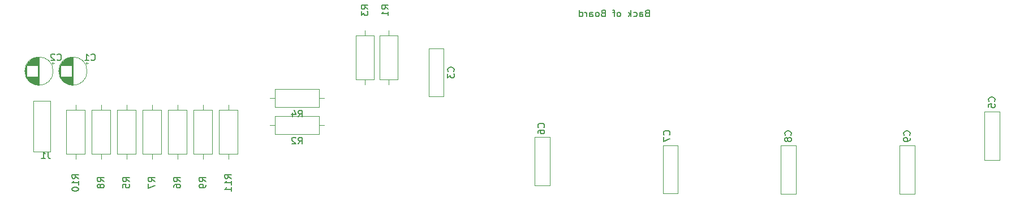
<source format=gbo>
G04 #@! TF.GenerationSoftware,KiCad,Pcbnew,(5.1.10)-1*
G04 #@! TF.CreationDate,2023-12-13T20:17:28-05:00*
G04 #@! TF.ProjectId,LED_Matrix_Driver,4c45445f-4d61-4747-9269-785f44726976,rev?*
G04 #@! TF.SameCoordinates,Original*
G04 #@! TF.FileFunction,Legend,Bot*
G04 #@! TF.FilePolarity,Positive*
%FSLAX46Y46*%
G04 Gerber Fmt 4.6, Leading zero omitted, Abs format (unit mm)*
G04 Created by KiCad (PCBNEW (5.1.10)-1) date 2023-12-13 20:17:28*
%MOMM*%
%LPD*%
G01*
G04 APERTURE LIST*
%ADD10C,0.150000*%
%ADD11C,0.120000*%
%ADD12C,2.200000*%
%ADD13O,1.600000X1.600000*%
%ADD14C,1.600000*%
%ADD15R,1.500000X1.200000*%
%ADD16C,1.200000*%
%ADD17R,1.200000X1.200000*%
%ADD18R,1.600000X1.600000*%
%ADD19R,1.200000X1.524000*%
%ADD20C,2.600000*%
%ADD21R,2.600000X2.600000*%
%ADD22C,2.400000*%
%ADD23R,2.400000X2.400000*%
G04 APERTURE END LIST*
D10*
X105210952Y-40568571D02*
X105068095Y-40616190D01*
X105020476Y-40663809D01*
X104972857Y-40759047D01*
X104972857Y-40901904D01*
X105020476Y-40997142D01*
X105068095Y-41044761D01*
X105163333Y-41092380D01*
X105544285Y-41092380D01*
X105544285Y-40092380D01*
X105210952Y-40092380D01*
X105115714Y-40140000D01*
X105068095Y-40187619D01*
X105020476Y-40282857D01*
X105020476Y-40378095D01*
X105068095Y-40473333D01*
X105115714Y-40520952D01*
X105210952Y-40568571D01*
X105544285Y-40568571D01*
X104115714Y-41092380D02*
X104115714Y-40568571D01*
X104163333Y-40473333D01*
X104258571Y-40425714D01*
X104449047Y-40425714D01*
X104544285Y-40473333D01*
X104115714Y-41044761D02*
X104210952Y-41092380D01*
X104449047Y-41092380D01*
X104544285Y-41044761D01*
X104591904Y-40949523D01*
X104591904Y-40854285D01*
X104544285Y-40759047D01*
X104449047Y-40711428D01*
X104210952Y-40711428D01*
X104115714Y-40663809D01*
X103210952Y-41044761D02*
X103306190Y-41092380D01*
X103496666Y-41092380D01*
X103591904Y-41044761D01*
X103639523Y-40997142D01*
X103687142Y-40901904D01*
X103687142Y-40616190D01*
X103639523Y-40520952D01*
X103591904Y-40473333D01*
X103496666Y-40425714D01*
X103306190Y-40425714D01*
X103210952Y-40473333D01*
X102782380Y-41092380D02*
X102782380Y-40092380D01*
X102687142Y-40711428D02*
X102401428Y-41092380D01*
X102401428Y-40425714D02*
X102782380Y-40806666D01*
X101068095Y-41092380D02*
X101163333Y-41044761D01*
X101210952Y-40997142D01*
X101258571Y-40901904D01*
X101258571Y-40616190D01*
X101210952Y-40520952D01*
X101163333Y-40473333D01*
X101068095Y-40425714D01*
X100925238Y-40425714D01*
X100830000Y-40473333D01*
X100782380Y-40520952D01*
X100734761Y-40616190D01*
X100734761Y-40901904D01*
X100782380Y-40997142D01*
X100830000Y-41044761D01*
X100925238Y-41092380D01*
X101068095Y-41092380D01*
X100449047Y-40425714D02*
X100068095Y-40425714D01*
X100306190Y-41092380D02*
X100306190Y-40235238D01*
X100258571Y-40140000D01*
X100163333Y-40092380D01*
X100068095Y-40092380D01*
X98639523Y-40568571D02*
X98496666Y-40616190D01*
X98449047Y-40663809D01*
X98401428Y-40759047D01*
X98401428Y-40901904D01*
X98449047Y-40997142D01*
X98496666Y-41044761D01*
X98591904Y-41092380D01*
X98972857Y-41092380D01*
X98972857Y-40092380D01*
X98639523Y-40092380D01*
X98544285Y-40140000D01*
X98496666Y-40187619D01*
X98449047Y-40282857D01*
X98449047Y-40378095D01*
X98496666Y-40473333D01*
X98544285Y-40520952D01*
X98639523Y-40568571D01*
X98972857Y-40568571D01*
X97830000Y-41092380D02*
X97925238Y-41044761D01*
X97972857Y-40997142D01*
X98020476Y-40901904D01*
X98020476Y-40616190D01*
X97972857Y-40520952D01*
X97925238Y-40473333D01*
X97830000Y-40425714D01*
X97687142Y-40425714D01*
X97591904Y-40473333D01*
X97544285Y-40520952D01*
X97496666Y-40616190D01*
X97496666Y-40901904D01*
X97544285Y-40997142D01*
X97591904Y-41044761D01*
X97687142Y-41092380D01*
X97830000Y-41092380D01*
X96639523Y-41092380D02*
X96639523Y-40568571D01*
X96687142Y-40473333D01*
X96782380Y-40425714D01*
X96972857Y-40425714D01*
X97068095Y-40473333D01*
X96639523Y-41044761D02*
X96734761Y-41092380D01*
X96972857Y-41092380D01*
X97068095Y-41044761D01*
X97115714Y-40949523D01*
X97115714Y-40854285D01*
X97068095Y-40759047D01*
X96972857Y-40711428D01*
X96734761Y-40711428D01*
X96639523Y-40663809D01*
X96163333Y-41092380D02*
X96163333Y-40425714D01*
X96163333Y-40616190D02*
X96115714Y-40520952D01*
X96068095Y-40473333D01*
X95972857Y-40425714D01*
X95877619Y-40425714D01*
X95115714Y-41092380D02*
X95115714Y-40092380D01*
X95115714Y-41044761D02*
X95210952Y-41092380D01*
X95401428Y-41092380D01*
X95496666Y-41044761D01*
X95544285Y-40997142D01*
X95591904Y-40901904D01*
X95591904Y-40616190D01*
X95544285Y-40520952D01*
X95496666Y-40473333D01*
X95401428Y-40425714D01*
X95210952Y-40425714D01*
X95115714Y-40473333D01*
D11*
X49562000Y-54710000D02*
X49562000Y-51970000D01*
X49562000Y-51970000D02*
X56102000Y-51970000D01*
X56102000Y-51970000D02*
X56102000Y-54710000D01*
X56102000Y-54710000D02*
X49562000Y-54710000D01*
X48792000Y-53340000D02*
X49562000Y-53340000D01*
X56872000Y-53340000D02*
X56102000Y-53340000D01*
X64362000Y-50514000D02*
X61622000Y-50514000D01*
X61622000Y-50514000D02*
X61622000Y-43974000D01*
X61622000Y-43974000D02*
X64362000Y-43974000D01*
X64362000Y-43974000D02*
X64362000Y-50514000D01*
X62992000Y-51284000D02*
X62992000Y-50514000D01*
X62992000Y-43204000D02*
X62992000Y-43974000D01*
X49562000Y-58774000D02*
X49562000Y-56034000D01*
X49562000Y-56034000D02*
X56102000Y-56034000D01*
X56102000Y-56034000D02*
X56102000Y-58774000D01*
X56102000Y-58774000D02*
X49562000Y-58774000D01*
X48792000Y-57404000D02*
X49562000Y-57404000D01*
X56872000Y-57404000D02*
X56102000Y-57404000D01*
X67918000Y-50514000D02*
X65178000Y-50514000D01*
X65178000Y-50514000D02*
X65178000Y-43974000D01*
X65178000Y-43974000D02*
X67918000Y-43974000D01*
X67918000Y-43974000D02*
X67918000Y-50514000D01*
X66548000Y-51284000D02*
X66548000Y-50514000D01*
X66548000Y-43204000D02*
X66548000Y-43974000D01*
X15875000Y-61341000D02*
X15875000Y-53721000D01*
X13335000Y-61341000D02*
X15875000Y-61341000D01*
X13335000Y-53721000D02*
X13335000Y-61341000D01*
X15875000Y-53721000D02*
X13335000Y-53721000D01*
X16328000Y-49276000D02*
G75*
G03*
X16328000Y-49276000I-2120000J0D01*
G01*
X14208000Y-47196000D02*
X14208000Y-51356000D01*
X14168000Y-47196000D02*
X14168000Y-51356000D01*
X14128000Y-47197000D02*
X14128000Y-51355000D01*
X14088000Y-47199000D02*
X14088000Y-51353000D01*
X14048000Y-47202000D02*
X14048000Y-51350000D01*
X14008000Y-47205000D02*
X14008000Y-48436000D01*
X14008000Y-50116000D02*
X14008000Y-51347000D01*
X13968000Y-47209000D02*
X13968000Y-48436000D01*
X13968000Y-50116000D02*
X13968000Y-51343000D01*
X13928000Y-47214000D02*
X13928000Y-48436000D01*
X13928000Y-50116000D02*
X13928000Y-51338000D01*
X13888000Y-47220000D02*
X13888000Y-48436000D01*
X13888000Y-50116000D02*
X13888000Y-51332000D01*
X13848000Y-47226000D02*
X13848000Y-48436000D01*
X13848000Y-50116000D02*
X13848000Y-51326000D01*
X13808000Y-47234000D02*
X13808000Y-48436000D01*
X13808000Y-50116000D02*
X13808000Y-51318000D01*
X13768000Y-47242000D02*
X13768000Y-48436000D01*
X13768000Y-50116000D02*
X13768000Y-51310000D01*
X13728000Y-47251000D02*
X13728000Y-48436000D01*
X13728000Y-50116000D02*
X13728000Y-51301000D01*
X13688000Y-47260000D02*
X13688000Y-48436000D01*
X13688000Y-50116000D02*
X13688000Y-51292000D01*
X13648000Y-47271000D02*
X13648000Y-48436000D01*
X13648000Y-50116000D02*
X13648000Y-51281000D01*
X13608000Y-47282000D02*
X13608000Y-48436000D01*
X13608000Y-50116000D02*
X13608000Y-51270000D01*
X13568000Y-47294000D02*
X13568000Y-48436000D01*
X13568000Y-50116000D02*
X13568000Y-51258000D01*
X13528000Y-47308000D02*
X13528000Y-48436000D01*
X13528000Y-50116000D02*
X13528000Y-51244000D01*
X13487000Y-47322000D02*
X13487000Y-48436000D01*
X13487000Y-50116000D02*
X13487000Y-51230000D01*
X13447000Y-47336000D02*
X13447000Y-48436000D01*
X13447000Y-50116000D02*
X13447000Y-51216000D01*
X13407000Y-47352000D02*
X13407000Y-48436000D01*
X13407000Y-50116000D02*
X13407000Y-51200000D01*
X13367000Y-47369000D02*
X13367000Y-48436000D01*
X13367000Y-50116000D02*
X13367000Y-51183000D01*
X13327000Y-47387000D02*
X13327000Y-48436000D01*
X13327000Y-50116000D02*
X13327000Y-51165000D01*
X13287000Y-47406000D02*
X13287000Y-48436000D01*
X13287000Y-50116000D02*
X13287000Y-51146000D01*
X13247000Y-47425000D02*
X13247000Y-48436000D01*
X13247000Y-50116000D02*
X13247000Y-51127000D01*
X13207000Y-47446000D02*
X13207000Y-48436000D01*
X13207000Y-50116000D02*
X13207000Y-51106000D01*
X13167000Y-47468000D02*
X13167000Y-48436000D01*
X13167000Y-50116000D02*
X13167000Y-51084000D01*
X13127000Y-47491000D02*
X13127000Y-48436000D01*
X13127000Y-50116000D02*
X13127000Y-51061000D01*
X13087000Y-47516000D02*
X13087000Y-48436000D01*
X13087000Y-50116000D02*
X13087000Y-51036000D01*
X13047000Y-47541000D02*
X13047000Y-48436000D01*
X13047000Y-50116000D02*
X13047000Y-51011000D01*
X13007000Y-47568000D02*
X13007000Y-48436000D01*
X13007000Y-50116000D02*
X13007000Y-50984000D01*
X12967000Y-47596000D02*
X12967000Y-48436000D01*
X12967000Y-50116000D02*
X12967000Y-50956000D01*
X12927000Y-47626000D02*
X12927000Y-48436000D01*
X12927000Y-50116000D02*
X12927000Y-50926000D01*
X12887000Y-47657000D02*
X12887000Y-48436000D01*
X12887000Y-50116000D02*
X12887000Y-50895000D01*
X12847000Y-47689000D02*
X12847000Y-48436000D01*
X12847000Y-50116000D02*
X12847000Y-50863000D01*
X12807000Y-47724000D02*
X12807000Y-48436000D01*
X12807000Y-50116000D02*
X12807000Y-50828000D01*
X12767000Y-47760000D02*
X12767000Y-48436000D01*
X12767000Y-50116000D02*
X12767000Y-50792000D01*
X12727000Y-47798000D02*
X12727000Y-48436000D01*
X12727000Y-50116000D02*
X12727000Y-50754000D01*
X12687000Y-47838000D02*
X12687000Y-48436000D01*
X12687000Y-50116000D02*
X12687000Y-50714000D01*
X12647000Y-47880000D02*
X12647000Y-48436000D01*
X12647000Y-50116000D02*
X12647000Y-50672000D01*
X12607000Y-47925000D02*
X12607000Y-48436000D01*
X12607000Y-50116000D02*
X12607000Y-50627000D01*
X12567000Y-47972000D02*
X12567000Y-48436000D01*
X12567000Y-50116000D02*
X12567000Y-50580000D01*
X12527000Y-48022000D02*
X12527000Y-48436000D01*
X12527000Y-50116000D02*
X12527000Y-50530000D01*
X12487000Y-48076000D02*
X12487000Y-48436000D01*
X12487000Y-50116000D02*
X12487000Y-50476000D01*
X12447000Y-48134000D02*
X12447000Y-48436000D01*
X12447000Y-50116000D02*
X12447000Y-50418000D01*
X12407000Y-48196000D02*
X12407000Y-48436000D01*
X12407000Y-50116000D02*
X12407000Y-50356000D01*
X12367000Y-48263000D02*
X12367000Y-50289000D01*
X12327000Y-48336000D02*
X12327000Y-50216000D01*
X12287000Y-48417000D02*
X12287000Y-50135000D01*
X12247000Y-48508000D02*
X12247000Y-50044000D01*
X12207000Y-48612000D02*
X12207000Y-49940000D01*
X12167000Y-48739000D02*
X12167000Y-49813000D01*
X12127000Y-48906000D02*
X12127000Y-49646000D01*
X16477801Y-48081000D02*
X16077801Y-48081000D01*
X16277801Y-47881000D02*
X16277801Y-48281000D01*
X21408000Y-49276000D02*
G75*
G03*
X21408000Y-49276000I-2120000J0D01*
G01*
X19288000Y-47196000D02*
X19288000Y-51356000D01*
X19248000Y-47196000D02*
X19248000Y-51356000D01*
X19208000Y-47197000D02*
X19208000Y-51355000D01*
X19168000Y-47199000D02*
X19168000Y-51353000D01*
X19128000Y-47202000D02*
X19128000Y-51350000D01*
X19088000Y-47205000D02*
X19088000Y-48436000D01*
X19088000Y-50116000D02*
X19088000Y-51347000D01*
X19048000Y-47209000D02*
X19048000Y-48436000D01*
X19048000Y-50116000D02*
X19048000Y-51343000D01*
X19008000Y-47214000D02*
X19008000Y-48436000D01*
X19008000Y-50116000D02*
X19008000Y-51338000D01*
X18968000Y-47220000D02*
X18968000Y-48436000D01*
X18968000Y-50116000D02*
X18968000Y-51332000D01*
X18928000Y-47226000D02*
X18928000Y-48436000D01*
X18928000Y-50116000D02*
X18928000Y-51326000D01*
X18888000Y-47234000D02*
X18888000Y-48436000D01*
X18888000Y-50116000D02*
X18888000Y-51318000D01*
X18848000Y-47242000D02*
X18848000Y-48436000D01*
X18848000Y-50116000D02*
X18848000Y-51310000D01*
X18808000Y-47251000D02*
X18808000Y-48436000D01*
X18808000Y-50116000D02*
X18808000Y-51301000D01*
X18768000Y-47260000D02*
X18768000Y-48436000D01*
X18768000Y-50116000D02*
X18768000Y-51292000D01*
X18728000Y-47271000D02*
X18728000Y-48436000D01*
X18728000Y-50116000D02*
X18728000Y-51281000D01*
X18688000Y-47282000D02*
X18688000Y-48436000D01*
X18688000Y-50116000D02*
X18688000Y-51270000D01*
X18648000Y-47294000D02*
X18648000Y-48436000D01*
X18648000Y-50116000D02*
X18648000Y-51258000D01*
X18608000Y-47308000D02*
X18608000Y-48436000D01*
X18608000Y-50116000D02*
X18608000Y-51244000D01*
X18567000Y-47322000D02*
X18567000Y-48436000D01*
X18567000Y-50116000D02*
X18567000Y-51230000D01*
X18527000Y-47336000D02*
X18527000Y-48436000D01*
X18527000Y-50116000D02*
X18527000Y-51216000D01*
X18487000Y-47352000D02*
X18487000Y-48436000D01*
X18487000Y-50116000D02*
X18487000Y-51200000D01*
X18447000Y-47369000D02*
X18447000Y-48436000D01*
X18447000Y-50116000D02*
X18447000Y-51183000D01*
X18407000Y-47387000D02*
X18407000Y-48436000D01*
X18407000Y-50116000D02*
X18407000Y-51165000D01*
X18367000Y-47406000D02*
X18367000Y-48436000D01*
X18367000Y-50116000D02*
X18367000Y-51146000D01*
X18327000Y-47425000D02*
X18327000Y-48436000D01*
X18327000Y-50116000D02*
X18327000Y-51127000D01*
X18287000Y-47446000D02*
X18287000Y-48436000D01*
X18287000Y-50116000D02*
X18287000Y-51106000D01*
X18247000Y-47468000D02*
X18247000Y-48436000D01*
X18247000Y-50116000D02*
X18247000Y-51084000D01*
X18207000Y-47491000D02*
X18207000Y-48436000D01*
X18207000Y-50116000D02*
X18207000Y-51061000D01*
X18167000Y-47516000D02*
X18167000Y-48436000D01*
X18167000Y-50116000D02*
X18167000Y-51036000D01*
X18127000Y-47541000D02*
X18127000Y-48436000D01*
X18127000Y-50116000D02*
X18127000Y-51011000D01*
X18087000Y-47568000D02*
X18087000Y-48436000D01*
X18087000Y-50116000D02*
X18087000Y-50984000D01*
X18047000Y-47596000D02*
X18047000Y-48436000D01*
X18047000Y-50116000D02*
X18047000Y-50956000D01*
X18007000Y-47626000D02*
X18007000Y-48436000D01*
X18007000Y-50116000D02*
X18007000Y-50926000D01*
X17967000Y-47657000D02*
X17967000Y-48436000D01*
X17967000Y-50116000D02*
X17967000Y-50895000D01*
X17927000Y-47689000D02*
X17927000Y-48436000D01*
X17927000Y-50116000D02*
X17927000Y-50863000D01*
X17887000Y-47724000D02*
X17887000Y-48436000D01*
X17887000Y-50116000D02*
X17887000Y-50828000D01*
X17847000Y-47760000D02*
X17847000Y-48436000D01*
X17847000Y-50116000D02*
X17847000Y-50792000D01*
X17807000Y-47798000D02*
X17807000Y-48436000D01*
X17807000Y-50116000D02*
X17807000Y-50754000D01*
X17767000Y-47838000D02*
X17767000Y-48436000D01*
X17767000Y-50116000D02*
X17767000Y-50714000D01*
X17727000Y-47880000D02*
X17727000Y-48436000D01*
X17727000Y-50116000D02*
X17727000Y-50672000D01*
X17687000Y-47925000D02*
X17687000Y-48436000D01*
X17687000Y-50116000D02*
X17687000Y-50627000D01*
X17647000Y-47972000D02*
X17647000Y-48436000D01*
X17647000Y-50116000D02*
X17647000Y-50580000D01*
X17607000Y-48022000D02*
X17607000Y-48436000D01*
X17607000Y-50116000D02*
X17607000Y-50530000D01*
X17567000Y-48076000D02*
X17567000Y-48436000D01*
X17567000Y-50116000D02*
X17567000Y-50476000D01*
X17527000Y-48134000D02*
X17527000Y-48436000D01*
X17527000Y-50116000D02*
X17527000Y-50418000D01*
X17487000Y-48196000D02*
X17487000Y-48436000D01*
X17487000Y-50116000D02*
X17487000Y-50356000D01*
X17447000Y-48263000D02*
X17447000Y-50289000D01*
X17407000Y-48336000D02*
X17407000Y-50216000D01*
X17367000Y-48417000D02*
X17367000Y-50135000D01*
X17327000Y-48508000D02*
X17327000Y-50044000D01*
X17287000Y-48612000D02*
X17287000Y-49940000D01*
X17247000Y-48739000D02*
X17247000Y-49813000D01*
X17207000Y-48906000D02*
X17207000Y-49646000D01*
X21557801Y-48081000D02*
X21157801Y-48081000D01*
X21357801Y-47881000D02*
X21357801Y-48281000D01*
X143025000Y-60475000D02*
X143025000Y-67715000D01*
X145265000Y-60475000D02*
X145265000Y-67715000D01*
X143025000Y-60475000D02*
X145265000Y-60475000D01*
X143025000Y-67715000D02*
X145265000Y-67715000D01*
X125245000Y-60475000D02*
X125245000Y-67715000D01*
X127485000Y-60475000D02*
X127485000Y-67715000D01*
X125245000Y-60475000D02*
X127485000Y-60475000D01*
X125245000Y-67715000D02*
X127485000Y-67715000D01*
X107592000Y-60428000D02*
X107592000Y-67668000D01*
X109832000Y-60428000D02*
X109832000Y-67668000D01*
X107592000Y-60428000D02*
X109832000Y-60428000D01*
X107592000Y-67668000D02*
X109832000Y-67668000D01*
X88415000Y-59205000D02*
X88415000Y-66445000D01*
X90655000Y-59205000D02*
X90655000Y-66445000D01*
X88415000Y-59205000D02*
X90655000Y-59205000D01*
X88415000Y-66445000D02*
X90655000Y-66445000D01*
X155725000Y-62635000D02*
X157965000Y-62635000D01*
X155725000Y-55395000D02*
X157965000Y-55395000D01*
X157965000Y-55395000D02*
X157965000Y-62635000D01*
X155725000Y-55395000D02*
X155725000Y-62635000D01*
X74780000Y-53110000D02*
X74780000Y-45870000D01*
X72540000Y-53110000D02*
X72540000Y-45870000D01*
X74780000Y-53110000D02*
X72540000Y-53110000D01*
X74780000Y-45870000D02*
X72540000Y-45870000D01*
X41175000Y-55150000D02*
X43915000Y-55150000D01*
X43915000Y-55150000D02*
X43915000Y-61690000D01*
X43915000Y-61690000D02*
X41175000Y-61690000D01*
X41175000Y-61690000D02*
X41175000Y-55150000D01*
X42545000Y-54380000D02*
X42545000Y-55150000D01*
X42545000Y-62460000D02*
X42545000Y-61690000D01*
X18315000Y-55150000D02*
X21055000Y-55150000D01*
X21055000Y-55150000D02*
X21055000Y-61690000D01*
X21055000Y-61690000D02*
X18315000Y-61690000D01*
X18315000Y-61690000D02*
X18315000Y-55150000D01*
X19685000Y-54380000D02*
X19685000Y-55150000D01*
X19685000Y-62460000D02*
X19685000Y-61690000D01*
X37365000Y-55150000D02*
X40105000Y-55150000D01*
X40105000Y-55150000D02*
X40105000Y-61690000D01*
X40105000Y-61690000D02*
X37365000Y-61690000D01*
X37365000Y-61690000D02*
X37365000Y-55150000D01*
X38735000Y-54380000D02*
X38735000Y-55150000D01*
X38735000Y-62460000D02*
X38735000Y-61690000D01*
X24865000Y-61690000D02*
X22125000Y-61690000D01*
X22125000Y-61690000D02*
X22125000Y-55150000D01*
X22125000Y-55150000D02*
X24865000Y-55150000D01*
X24865000Y-55150000D02*
X24865000Y-61690000D01*
X23495000Y-62460000D02*
X23495000Y-61690000D01*
X23495000Y-54380000D02*
X23495000Y-55150000D01*
X32485000Y-61690000D02*
X29745000Y-61690000D01*
X29745000Y-61690000D02*
X29745000Y-55150000D01*
X29745000Y-55150000D02*
X32485000Y-55150000D01*
X32485000Y-55150000D02*
X32485000Y-61690000D01*
X31115000Y-62460000D02*
X31115000Y-61690000D01*
X31115000Y-54380000D02*
X31115000Y-55150000D01*
X36295000Y-61690000D02*
X33555000Y-61690000D01*
X33555000Y-61690000D02*
X33555000Y-55150000D01*
X33555000Y-55150000D02*
X36295000Y-55150000D01*
X36295000Y-55150000D02*
X36295000Y-61690000D01*
X34925000Y-62460000D02*
X34925000Y-61690000D01*
X34925000Y-54380000D02*
X34925000Y-55150000D01*
X28675000Y-61690000D02*
X25935000Y-61690000D01*
X25935000Y-61690000D02*
X25935000Y-55150000D01*
X25935000Y-55150000D02*
X28675000Y-55150000D01*
X28675000Y-55150000D02*
X28675000Y-61690000D01*
X27305000Y-62460000D02*
X27305000Y-61690000D01*
X27305000Y-54380000D02*
X27305000Y-55150000D01*
D10*
X52998666Y-56162380D02*
X53332000Y-55686190D01*
X53570095Y-56162380D02*
X53570095Y-55162380D01*
X53189142Y-55162380D01*
X53093904Y-55210000D01*
X53046285Y-55257619D01*
X52998666Y-55352857D01*
X52998666Y-55495714D01*
X53046285Y-55590952D01*
X53093904Y-55638571D01*
X53189142Y-55686190D01*
X53570095Y-55686190D01*
X52141523Y-55495714D02*
X52141523Y-56162380D01*
X52379619Y-55114761D02*
X52617714Y-55829047D01*
X51998666Y-55829047D01*
X63444380Y-39965333D02*
X62968190Y-39632000D01*
X63444380Y-39393904D02*
X62444380Y-39393904D01*
X62444380Y-39774857D01*
X62492000Y-39870095D01*
X62539619Y-39917714D01*
X62634857Y-39965333D01*
X62777714Y-39965333D01*
X62872952Y-39917714D01*
X62920571Y-39870095D01*
X62968190Y-39774857D01*
X62968190Y-39393904D01*
X62444380Y-40298666D02*
X62444380Y-40917714D01*
X62825333Y-40584380D01*
X62825333Y-40727238D01*
X62872952Y-40822476D01*
X62920571Y-40870095D01*
X63015809Y-40917714D01*
X63253904Y-40917714D01*
X63349142Y-40870095D01*
X63396761Y-40822476D01*
X63444380Y-40727238D01*
X63444380Y-40441523D01*
X63396761Y-40346285D01*
X63349142Y-40298666D01*
X52998666Y-60226380D02*
X53332000Y-59750190D01*
X53570095Y-60226380D02*
X53570095Y-59226380D01*
X53189142Y-59226380D01*
X53093904Y-59274000D01*
X53046285Y-59321619D01*
X52998666Y-59416857D01*
X52998666Y-59559714D01*
X53046285Y-59654952D01*
X53093904Y-59702571D01*
X53189142Y-59750190D01*
X53570095Y-59750190D01*
X52617714Y-59321619D02*
X52570095Y-59274000D01*
X52474857Y-59226380D01*
X52236761Y-59226380D01*
X52141523Y-59274000D01*
X52093904Y-59321619D01*
X52046285Y-59416857D01*
X52046285Y-59512095D01*
X52093904Y-59654952D01*
X52665333Y-60226380D01*
X52046285Y-60226380D01*
X66492380Y-39965333D02*
X66016190Y-39632000D01*
X66492380Y-39393904D02*
X65492380Y-39393904D01*
X65492380Y-39774857D01*
X65540000Y-39870095D01*
X65587619Y-39917714D01*
X65682857Y-39965333D01*
X65825714Y-39965333D01*
X65920952Y-39917714D01*
X65968571Y-39870095D01*
X66016190Y-39774857D01*
X66016190Y-39393904D01*
X66492380Y-40917714D02*
X66492380Y-40346285D01*
X66492380Y-40632000D02*
X65492380Y-40632000D01*
X65635238Y-40536761D01*
X65730476Y-40441523D01*
X65778095Y-40346285D01*
X15573333Y-61428380D02*
X15573333Y-62142666D01*
X15620952Y-62285523D01*
X15716190Y-62380761D01*
X15859047Y-62428380D01*
X15954285Y-62428380D01*
X14573333Y-62428380D02*
X15144761Y-62428380D01*
X14859047Y-62428380D02*
X14859047Y-61428380D01*
X14954285Y-61571238D01*
X15049523Y-61666476D01*
X15144761Y-61714095D01*
X16930666Y-47601142D02*
X16978285Y-47648761D01*
X17121142Y-47696380D01*
X17216380Y-47696380D01*
X17359238Y-47648761D01*
X17454476Y-47553523D01*
X17502095Y-47458285D01*
X17549714Y-47267809D01*
X17549714Y-47124952D01*
X17502095Y-46934476D01*
X17454476Y-46839238D01*
X17359238Y-46744000D01*
X17216380Y-46696380D01*
X17121142Y-46696380D01*
X16978285Y-46744000D01*
X16930666Y-46791619D01*
X16549714Y-46791619D02*
X16502095Y-46744000D01*
X16406857Y-46696380D01*
X16168761Y-46696380D01*
X16073523Y-46744000D01*
X16025904Y-46791619D01*
X15978285Y-46886857D01*
X15978285Y-46982095D01*
X16025904Y-47124952D01*
X16597333Y-47696380D01*
X15978285Y-47696380D01*
X22010666Y-47601142D02*
X22058285Y-47648761D01*
X22201142Y-47696380D01*
X22296380Y-47696380D01*
X22439238Y-47648761D01*
X22534476Y-47553523D01*
X22582095Y-47458285D01*
X22629714Y-47267809D01*
X22629714Y-47124952D01*
X22582095Y-46934476D01*
X22534476Y-46839238D01*
X22439238Y-46744000D01*
X22296380Y-46696380D01*
X22201142Y-46696380D01*
X22058285Y-46744000D01*
X22010666Y-46791619D01*
X21058285Y-47696380D02*
X21629714Y-47696380D01*
X21344000Y-47696380D02*
X21344000Y-46696380D01*
X21439238Y-46839238D01*
X21534476Y-46934476D01*
X21629714Y-46982095D01*
X144502142Y-58888333D02*
X144549761Y-58840714D01*
X144597380Y-58697857D01*
X144597380Y-58602619D01*
X144549761Y-58459761D01*
X144454523Y-58364523D01*
X144359285Y-58316904D01*
X144168809Y-58269285D01*
X144025952Y-58269285D01*
X143835476Y-58316904D01*
X143740238Y-58364523D01*
X143645000Y-58459761D01*
X143597380Y-58602619D01*
X143597380Y-58697857D01*
X143645000Y-58840714D01*
X143692619Y-58888333D01*
X144597380Y-59364523D02*
X144597380Y-59555000D01*
X144549761Y-59650238D01*
X144502142Y-59697857D01*
X144359285Y-59793095D01*
X144168809Y-59840714D01*
X143787857Y-59840714D01*
X143692619Y-59793095D01*
X143645000Y-59745476D01*
X143597380Y-59650238D01*
X143597380Y-59459761D01*
X143645000Y-59364523D01*
X143692619Y-59316904D01*
X143787857Y-59269285D01*
X144025952Y-59269285D01*
X144121190Y-59316904D01*
X144168809Y-59364523D01*
X144216428Y-59459761D01*
X144216428Y-59650238D01*
X144168809Y-59745476D01*
X144121190Y-59793095D01*
X144025952Y-59840714D01*
X126722142Y-58888333D02*
X126769761Y-58840714D01*
X126817380Y-58697857D01*
X126817380Y-58602619D01*
X126769761Y-58459761D01*
X126674523Y-58364523D01*
X126579285Y-58316904D01*
X126388809Y-58269285D01*
X126245952Y-58269285D01*
X126055476Y-58316904D01*
X125960238Y-58364523D01*
X125865000Y-58459761D01*
X125817380Y-58602619D01*
X125817380Y-58697857D01*
X125865000Y-58840714D01*
X125912619Y-58888333D01*
X126245952Y-59459761D02*
X126198333Y-59364523D01*
X126150714Y-59316904D01*
X126055476Y-59269285D01*
X126007857Y-59269285D01*
X125912619Y-59316904D01*
X125865000Y-59364523D01*
X125817380Y-59459761D01*
X125817380Y-59650238D01*
X125865000Y-59745476D01*
X125912619Y-59793095D01*
X126007857Y-59840714D01*
X126055476Y-59840714D01*
X126150714Y-59793095D01*
X126198333Y-59745476D01*
X126245952Y-59650238D01*
X126245952Y-59459761D01*
X126293571Y-59364523D01*
X126341190Y-59316904D01*
X126436428Y-59269285D01*
X126626904Y-59269285D01*
X126722142Y-59316904D01*
X126769761Y-59364523D01*
X126817380Y-59459761D01*
X126817380Y-59650238D01*
X126769761Y-59745476D01*
X126722142Y-59793095D01*
X126626904Y-59840714D01*
X126436428Y-59840714D01*
X126341190Y-59793095D01*
X126293571Y-59745476D01*
X126245952Y-59650238D01*
X108561142Y-58841333D02*
X108608761Y-58793714D01*
X108656380Y-58650857D01*
X108656380Y-58555619D01*
X108608761Y-58412761D01*
X108513523Y-58317523D01*
X108418285Y-58269904D01*
X108227809Y-58222285D01*
X108084952Y-58222285D01*
X107894476Y-58269904D01*
X107799238Y-58317523D01*
X107704000Y-58412761D01*
X107656380Y-58555619D01*
X107656380Y-58650857D01*
X107704000Y-58793714D01*
X107751619Y-58841333D01*
X107656380Y-59174666D02*
X107656380Y-59841333D01*
X108656380Y-59412761D01*
X89765142Y-57745333D02*
X89812761Y-57697714D01*
X89860380Y-57554857D01*
X89860380Y-57459619D01*
X89812761Y-57316761D01*
X89717523Y-57221523D01*
X89622285Y-57173904D01*
X89431809Y-57126285D01*
X89288952Y-57126285D01*
X89098476Y-57173904D01*
X89003238Y-57221523D01*
X88908000Y-57316761D01*
X88860380Y-57459619D01*
X88860380Y-57554857D01*
X88908000Y-57697714D01*
X88955619Y-57745333D01*
X88860380Y-58602476D02*
X88860380Y-58412000D01*
X88908000Y-58316761D01*
X88955619Y-58269142D01*
X89098476Y-58173904D01*
X89288952Y-58126285D01*
X89669904Y-58126285D01*
X89765142Y-58173904D01*
X89812761Y-58221523D01*
X89860380Y-58316761D01*
X89860380Y-58507238D01*
X89812761Y-58602476D01*
X89765142Y-58650095D01*
X89669904Y-58697714D01*
X89431809Y-58697714D01*
X89336571Y-58650095D01*
X89288952Y-58602476D01*
X89241333Y-58507238D01*
X89241333Y-58316761D01*
X89288952Y-58221523D01*
X89336571Y-58173904D01*
X89431809Y-58126285D01*
X157202142Y-53808333D02*
X157249761Y-53760714D01*
X157297380Y-53617857D01*
X157297380Y-53522619D01*
X157249761Y-53379761D01*
X157154523Y-53284523D01*
X157059285Y-53236904D01*
X156868809Y-53189285D01*
X156725952Y-53189285D01*
X156535476Y-53236904D01*
X156440238Y-53284523D01*
X156345000Y-53379761D01*
X156297380Y-53522619D01*
X156297380Y-53617857D01*
X156345000Y-53760714D01*
X156392619Y-53808333D01*
X156297380Y-54713095D02*
X156297380Y-54236904D01*
X156773571Y-54189285D01*
X156725952Y-54236904D01*
X156678333Y-54332142D01*
X156678333Y-54570238D01*
X156725952Y-54665476D01*
X156773571Y-54713095D01*
X156868809Y-54760714D01*
X157106904Y-54760714D01*
X157202142Y-54713095D01*
X157249761Y-54665476D01*
X157297380Y-54570238D01*
X157297380Y-54332142D01*
X157249761Y-54236904D01*
X157202142Y-54189285D01*
X76267142Y-49323333D02*
X76314761Y-49275714D01*
X76362380Y-49132857D01*
X76362380Y-49037619D01*
X76314761Y-48894761D01*
X76219523Y-48799523D01*
X76124285Y-48751904D01*
X75933809Y-48704285D01*
X75790952Y-48704285D01*
X75600476Y-48751904D01*
X75505238Y-48799523D01*
X75410000Y-48894761D01*
X75362380Y-49037619D01*
X75362380Y-49132857D01*
X75410000Y-49275714D01*
X75457619Y-49323333D01*
X75362380Y-49656666D02*
X75362380Y-50275714D01*
X75743333Y-49942380D01*
X75743333Y-50085238D01*
X75790952Y-50180476D01*
X75838571Y-50228095D01*
X75933809Y-50275714D01*
X76171904Y-50275714D01*
X76267142Y-50228095D01*
X76314761Y-50180476D01*
X76362380Y-50085238D01*
X76362380Y-49799523D01*
X76314761Y-49704285D01*
X76267142Y-49656666D01*
X42997380Y-65397142D02*
X42521190Y-65063809D01*
X42997380Y-64825714D02*
X41997380Y-64825714D01*
X41997380Y-65206666D01*
X42045000Y-65301904D01*
X42092619Y-65349523D01*
X42187857Y-65397142D01*
X42330714Y-65397142D01*
X42425952Y-65349523D01*
X42473571Y-65301904D01*
X42521190Y-65206666D01*
X42521190Y-64825714D01*
X42997380Y-66349523D02*
X42997380Y-65778095D01*
X42997380Y-66063809D02*
X41997380Y-66063809D01*
X42140238Y-65968571D01*
X42235476Y-65873333D01*
X42283095Y-65778095D01*
X42997380Y-67301904D02*
X42997380Y-66730476D01*
X42997380Y-67016190D02*
X41997380Y-67016190D01*
X42140238Y-66920952D01*
X42235476Y-66825714D01*
X42283095Y-66730476D01*
X20137380Y-65397142D02*
X19661190Y-65063809D01*
X20137380Y-64825714D02*
X19137380Y-64825714D01*
X19137380Y-65206666D01*
X19185000Y-65301904D01*
X19232619Y-65349523D01*
X19327857Y-65397142D01*
X19470714Y-65397142D01*
X19565952Y-65349523D01*
X19613571Y-65301904D01*
X19661190Y-65206666D01*
X19661190Y-64825714D01*
X20137380Y-66349523D02*
X20137380Y-65778095D01*
X20137380Y-66063809D02*
X19137380Y-66063809D01*
X19280238Y-65968571D01*
X19375476Y-65873333D01*
X19423095Y-65778095D01*
X19137380Y-66968571D02*
X19137380Y-67063809D01*
X19185000Y-67159047D01*
X19232619Y-67206666D01*
X19327857Y-67254285D01*
X19518333Y-67301904D01*
X19756428Y-67301904D01*
X19946904Y-67254285D01*
X20042142Y-67206666D01*
X20089761Y-67159047D01*
X20137380Y-67063809D01*
X20137380Y-66968571D01*
X20089761Y-66873333D01*
X20042142Y-66825714D01*
X19946904Y-66778095D01*
X19756428Y-66730476D01*
X19518333Y-66730476D01*
X19327857Y-66778095D01*
X19232619Y-66825714D01*
X19185000Y-66873333D01*
X19137380Y-66968571D01*
X39187380Y-65873333D02*
X38711190Y-65540000D01*
X39187380Y-65301904D02*
X38187380Y-65301904D01*
X38187380Y-65682857D01*
X38235000Y-65778095D01*
X38282619Y-65825714D01*
X38377857Y-65873333D01*
X38520714Y-65873333D01*
X38615952Y-65825714D01*
X38663571Y-65778095D01*
X38711190Y-65682857D01*
X38711190Y-65301904D01*
X39187380Y-66349523D02*
X39187380Y-66540000D01*
X39139761Y-66635238D01*
X39092142Y-66682857D01*
X38949285Y-66778095D01*
X38758809Y-66825714D01*
X38377857Y-66825714D01*
X38282619Y-66778095D01*
X38235000Y-66730476D01*
X38187380Y-66635238D01*
X38187380Y-66444761D01*
X38235000Y-66349523D01*
X38282619Y-66301904D01*
X38377857Y-66254285D01*
X38615952Y-66254285D01*
X38711190Y-66301904D01*
X38758809Y-66349523D01*
X38806428Y-66444761D01*
X38806428Y-66635238D01*
X38758809Y-66730476D01*
X38711190Y-66778095D01*
X38615952Y-66825714D01*
X23947380Y-65873333D02*
X23471190Y-65540000D01*
X23947380Y-65301904D02*
X22947380Y-65301904D01*
X22947380Y-65682857D01*
X22995000Y-65778095D01*
X23042619Y-65825714D01*
X23137857Y-65873333D01*
X23280714Y-65873333D01*
X23375952Y-65825714D01*
X23423571Y-65778095D01*
X23471190Y-65682857D01*
X23471190Y-65301904D01*
X23375952Y-66444761D02*
X23328333Y-66349523D01*
X23280714Y-66301904D01*
X23185476Y-66254285D01*
X23137857Y-66254285D01*
X23042619Y-66301904D01*
X22995000Y-66349523D01*
X22947380Y-66444761D01*
X22947380Y-66635238D01*
X22995000Y-66730476D01*
X23042619Y-66778095D01*
X23137857Y-66825714D01*
X23185476Y-66825714D01*
X23280714Y-66778095D01*
X23328333Y-66730476D01*
X23375952Y-66635238D01*
X23375952Y-66444761D01*
X23423571Y-66349523D01*
X23471190Y-66301904D01*
X23566428Y-66254285D01*
X23756904Y-66254285D01*
X23852142Y-66301904D01*
X23899761Y-66349523D01*
X23947380Y-66444761D01*
X23947380Y-66635238D01*
X23899761Y-66730476D01*
X23852142Y-66778095D01*
X23756904Y-66825714D01*
X23566428Y-66825714D01*
X23471190Y-66778095D01*
X23423571Y-66730476D01*
X23375952Y-66635238D01*
X31567380Y-65873333D02*
X31091190Y-65540000D01*
X31567380Y-65301904D02*
X30567380Y-65301904D01*
X30567380Y-65682857D01*
X30615000Y-65778095D01*
X30662619Y-65825714D01*
X30757857Y-65873333D01*
X30900714Y-65873333D01*
X30995952Y-65825714D01*
X31043571Y-65778095D01*
X31091190Y-65682857D01*
X31091190Y-65301904D01*
X30567380Y-66206666D02*
X30567380Y-66873333D01*
X31567380Y-66444761D01*
X35377380Y-65873333D02*
X34901190Y-65540000D01*
X35377380Y-65301904D02*
X34377380Y-65301904D01*
X34377380Y-65682857D01*
X34425000Y-65778095D01*
X34472619Y-65825714D01*
X34567857Y-65873333D01*
X34710714Y-65873333D01*
X34805952Y-65825714D01*
X34853571Y-65778095D01*
X34901190Y-65682857D01*
X34901190Y-65301904D01*
X34377380Y-66730476D02*
X34377380Y-66540000D01*
X34425000Y-66444761D01*
X34472619Y-66397142D01*
X34615476Y-66301904D01*
X34805952Y-66254285D01*
X35186904Y-66254285D01*
X35282142Y-66301904D01*
X35329761Y-66349523D01*
X35377380Y-66444761D01*
X35377380Y-66635238D01*
X35329761Y-66730476D01*
X35282142Y-66778095D01*
X35186904Y-66825714D01*
X34948809Y-66825714D01*
X34853571Y-66778095D01*
X34805952Y-66730476D01*
X34758333Y-66635238D01*
X34758333Y-66444761D01*
X34805952Y-66349523D01*
X34853571Y-66301904D01*
X34948809Y-66254285D01*
X27757380Y-65873333D02*
X27281190Y-65540000D01*
X27757380Y-65301904D02*
X26757380Y-65301904D01*
X26757380Y-65682857D01*
X26805000Y-65778095D01*
X26852619Y-65825714D01*
X26947857Y-65873333D01*
X27090714Y-65873333D01*
X27185952Y-65825714D01*
X27233571Y-65778095D01*
X27281190Y-65682857D01*
X27281190Y-65301904D01*
X26757380Y-66778095D02*
X26757380Y-66301904D01*
X27233571Y-66254285D01*
X27185952Y-66301904D01*
X27138333Y-66397142D01*
X27138333Y-66635238D01*
X27185952Y-66730476D01*
X27233571Y-66778095D01*
X27328809Y-66825714D01*
X27566904Y-66825714D01*
X27662142Y-66778095D01*
X27709761Y-66730476D01*
X27757380Y-66635238D01*
X27757380Y-66397142D01*
X27709761Y-66301904D01*
X27662142Y-66254285D01*
%LPC*%
D12*
X173355000Y-40640000D03*
X17780000Y-40640000D03*
X187325000Y-69215000D03*
X187325000Y-13970000D03*
D13*
X57912000Y-53340000D03*
D14*
X47752000Y-53340000D03*
D13*
X62992000Y-42164000D03*
D14*
X62992000Y-52324000D03*
D13*
X57912000Y-57404000D03*
D14*
X47752000Y-57404000D03*
D13*
X66548000Y-42164000D03*
D14*
X66548000Y-52324000D03*
D15*
X187325000Y-50165000D03*
X187325000Y-47625000D03*
X187325000Y-52705000D03*
X187325000Y-55245000D03*
X187325000Y-57785000D03*
X187325000Y-60325000D03*
X187325000Y-62865000D03*
X14605000Y-54991000D03*
X14605000Y-57531000D03*
X14605000Y-60071000D03*
D16*
X13208000Y-49276000D03*
D17*
X15208000Y-49276000D03*
D16*
X18288000Y-49276000D03*
D17*
X20288000Y-49276000D03*
D14*
X144145000Y-61595000D03*
X144145000Y-66595000D03*
X126365000Y-61595000D03*
X126365000Y-66595000D03*
X108712000Y-61548000D03*
X108712000Y-66548000D03*
X89535000Y-60325000D03*
X89535000Y-65325000D03*
X156845000Y-61515000D03*
X156845000Y-56515000D03*
X184785000Y-43180000D03*
X189785000Y-43180000D03*
X73660000Y-51990000D03*
X73660000Y-46990000D03*
D18*
X140335000Y-48895000D03*
D13*
X147955000Y-66675000D03*
X140335000Y-51435000D03*
X147955000Y-64135000D03*
X140335000Y-53975000D03*
X147955000Y-61595000D03*
X140335000Y-56515000D03*
X147955000Y-59055000D03*
X140335000Y-59055000D03*
X147955000Y-56515000D03*
X140335000Y-61595000D03*
X147955000Y-53975000D03*
X140335000Y-64135000D03*
X147955000Y-51435000D03*
X140335000Y-66675000D03*
X147955000Y-48895000D03*
D18*
X122555000Y-48895000D03*
D13*
X130175000Y-66675000D03*
X122555000Y-51435000D03*
X130175000Y-64135000D03*
X122555000Y-53975000D03*
X130175000Y-61595000D03*
X122555000Y-56515000D03*
X130175000Y-59055000D03*
X122555000Y-59055000D03*
X130175000Y-56515000D03*
X122555000Y-61595000D03*
X130175000Y-53975000D03*
X122555000Y-64135000D03*
X130175000Y-51435000D03*
X122555000Y-66675000D03*
X130175000Y-48895000D03*
D18*
X104775000Y-48895000D03*
D13*
X112395000Y-66675000D03*
X104775000Y-51435000D03*
X112395000Y-64135000D03*
X104775000Y-53975000D03*
X112395000Y-61595000D03*
X104775000Y-56515000D03*
X112395000Y-59055000D03*
X104775000Y-59055000D03*
X112395000Y-56515000D03*
X104775000Y-61595000D03*
X112395000Y-53975000D03*
X104775000Y-64135000D03*
X112395000Y-51435000D03*
X104775000Y-66675000D03*
X112395000Y-48895000D03*
D18*
X86995000Y-48895000D03*
D13*
X94615000Y-66675000D03*
X86995000Y-51435000D03*
X94615000Y-64135000D03*
X86995000Y-53975000D03*
X94615000Y-61595000D03*
X86995000Y-56515000D03*
X94615000Y-59055000D03*
X86995000Y-59055000D03*
X94615000Y-56515000D03*
X86995000Y-61595000D03*
X94615000Y-53975000D03*
X86995000Y-64135000D03*
X94615000Y-51435000D03*
X86995000Y-66675000D03*
X94615000Y-48895000D03*
X160020000Y-48895000D03*
X152400000Y-66675000D03*
X160020000Y-51435000D03*
X152400000Y-64135000D03*
X160020000Y-53975000D03*
X152400000Y-61595000D03*
X160020000Y-56515000D03*
X152400000Y-59055000D03*
X160020000Y-59055000D03*
X152400000Y-56515000D03*
X160020000Y-61595000D03*
X152400000Y-53975000D03*
X160020000Y-64135000D03*
X152400000Y-51435000D03*
X160020000Y-66675000D03*
D18*
X152400000Y-48895000D03*
D13*
X191135000Y-19685000D03*
X183515000Y-40005000D03*
X191135000Y-22225000D03*
X183515000Y-37465000D03*
X191135000Y-24765000D03*
X183515000Y-34925000D03*
X191135000Y-27305000D03*
X183515000Y-32385000D03*
X191135000Y-29845000D03*
X183515000Y-29845000D03*
X191135000Y-32385000D03*
X183515000Y-27305000D03*
X191135000Y-34925000D03*
X183515000Y-24765000D03*
X191135000Y-37465000D03*
X183515000Y-22225000D03*
X191135000Y-40005000D03*
D18*
X183515000Y-19685000D03*
X69850000Y-46990000D03*
D13*
X77470000Y-69850000D03*
X69850000Y-49530000D03*
X77470000Y-67310000D03*
X69850000Y-52070000D03*
X77470000Y-64770000D03*
X69850000Y-54610000D03*
X77470000Y-62230000D03*
X69850000Y-57150000D03*
X77470000Y-59690000D03*
X69850000Y-59690000D03*
X77470000Y-57150000D03*
X69850000Y-62230000D03*
X77470000Y-54610000D03*
X69850000Y-64770000D03*
X77470000Y-52070000D03*
X69850000Y-67310000D03*
X77470000Y-49530000D03*
X69850000Y-69850000D03*
X77470000Y-46990000D03*
D19*
X57785000Y-45470000D03*
X55245000Y-45470000D03*
X52705000Y-45470000D03*
X50165000Y-45470000D03*
X47625000Y-45470000D03*
X45085000Y-45470000D03*
X42545000Y-45470000D03*
X40005000Y-45470000D03*
X37465000Y-45470000D03*
X34925000Y-45470000D03*
X32385000Y-45470000D03*
X29845000Y-45470000D03*
X27305000Y-45470000D03*
X24765000Y-45470000D03*
X22225000Y-45470000D03*
X19685000Y-45470000D03*
X17145000Y-45470000D03*
X14605000Y-45470000D03*
X12065000Y-45470000D03*
X12065000Y-71370000D03*
X14605000Y-71370000D03*
X17145000Y-71370000D03*
X19685000Y-71370000D03*
X22225000Y-71370000D03*
X24765000Y-71370000D03*
X27305000Y-71370000D03*
X29845000Y-71370000D03*
X32385000Y-71370000D03*
X34925000Y-71370000D03*
X37465000Y-71370000D03*
X40005000Y-71370000D03*
X42545000Y-71370000D03*
X45085000Y-71370000D03*
X47625000Y-71370000D03*
X50165000Y-71370000D03*
X52705000Y-71370000D03*
X55245000Y-71370000D03*
X57785000Y-71370000D03*
D13*
X176530000Y-34290000D03*
D14*
X176530000Y-24130000D03*
D13*
X171450000Y-34290000D03*
D14*
X171450000Y-24130000D03*
D13*
X166370000Y-34290000D03*
D14*
X166370000Y-24130000D03*
D13*
X161290000Y-34290000D03*
D14*
X161290000Y-24130000D03*
D13*
X156210000Y-34290000D03*
D14*
X156210000Y-24130000D03*
D13*
X151130000Y-34290000D03*
D14*
X151130000Y-24130000D03*
D13*
X146050000Y-34290000D03*
D14*
X146050000Y-24130000D03*
D13*
X140970000Y-34290000D03*
D14*
X140970000Y-24130000D03*
D13*
X134620000Y-34290000D03*
D14*
X134620000Y-24130000D03*
D13*
X129540000Y-34290000D03*
D14*
X129540000Y-24130000D03*
D13*
X124460000Y-34290000D03*
D14*
X124460000Y-24130000D03*
D13*
X119380000Y-34290000D03*
D14*
X119380000Y-24130000D03*
D13*
X114300000Y-34290000D03*
D14*
X114300000Y-24130000D03*
D13*
X109220000Y-34290000D03*
D14*
X109220000Y-24130000D03*
D13*
X104140000Y-34290000D03*
D14*
X104140000Y-24130000D03*
D13*
X99060000Y-34290000D03*
D14*
X99060000Y-24130000D03*
D13*
X92710000Y-34290000D03*
D14*
X92710000Y-24130000D03*
D13*
X87630000Y-34290000D03*
D14*
X87630000Y-24130000D03*
D13*
X82550000Y-34290000D03*
D14*
X82550000Y-24130000D03*
D13*
X77470000Y-34290000D03*
D14*
X77470000Y-24130000D03*
D13*
X72390000Y-34290000D03*
D14*
X72390000Y-24130000D03*
D13*
X67310000Y-34290000D03*
D14*
X67310000Y-24130000D03*
D13*
X62230000Y-34290000D03*
D14*
X62230000Y-24130000D03*
D13*
X57150000Y-34290000D03*
D14*
X57150000Y-24130000D03*
D13*
X50800000Y-34290000D03*
D14*
X50800000Y-24130000D03*
D13*
X45720000Y-34290000D03*
D14*
X45720000Y-24130000D03*
D13*
X40640000Y-34290000D03*
D14*
X40640000Y-24130000D03*
D13*
X35560000Y-34290000D03*
D14*
X35560000Y-24130000D03*
D13*
X30480000Y-34290000D03*
D14*
X30480000Y-24130000D03*
D13*
X25400000Y-34290000D03*
D14*
X25400000Y-24130000D03*
D13*
X20320000Y-34290000D03*
D14*
X20320000Y-24130000D03*
D13*
X15240000Y-34290000D03*
D14*
X15240000Y-24130000D03*
D13*
X164465000Y-46990000D03*
D14*
X174625000Y-46990000D03*
D13*
X164465000Y-50165000D03*
D14*
X174625000Y-50165000D03*
D13*
X164465000Y-53340000D03*
D14*
X174625000Y-53340000D03*
D13*
X164465000Y-56515000D03*
D14*
X174625000Y-56515000D03*
D13*
X164465000Y-59690000D03*
D14*
X174625000Y-59690000D03*
D13*
X164465000Y-62865000D03*
D14*
X174625000Y-62865000D03*
D13*
X164465000Y-66040000D03*
D14*
X174625000Y-66040000D03*
D13*
X164465000Y-69215000D03*
D14*
X174625000Y-69215000D03*
D13*
X42545000Y-63500000D03*
D14*
X42545000Y-53340000D03*
D13*
X19685000Y-63500000D03*
D14*
X19685000Y-53340000D03*
D13*
X38735000Y-63500000D03*
D14*
X38735000Y-53340000D03*
D13*
X23495000Y-53340000D03*
D14*
X23495000Y-63500000D03*
D13*
X31115000Y-53340000D03*
D14*
X31115000Y-63500000D03*
D13*
X34925000Y-53340000D03*
D14*
X34925000Y-63500000D03*
D13*
X27305000Y-53340000D03*
D14*
X27305000Y-63500000D03*
D20*
X176530000Y-17780000D03*
X171450000Y-17780000D03*
X166370000Y-17780000D03*
X161290000Y-17780000D03*
X156210000Y-17780000D03*
X151130000Y-17780000D03*
X146050000Y-17780000D03*
D21*
X140970000Y-17780000D03*
D20*
X134620000Y-17780000D03*
X129540000Y-17780000D03*
X124460000Y-17780000D03*
X119380000Y-17780000D03*
X114300000Y-17780000D03*
X109220000Y-17780000D03*
X104140000Y-17780000D03*
D21*
X99060000Y-17780000D03*
D20*
X92710000Y-17780000D03*
X87630000Y-17780000D03*
X82550000Y-17780000D03*
X77470000Y-17780000D03*
X72390000Y-17780000D03*
X67310000Y-17780000D03*
X62230000Y-17780000D03*
D21*
X57150000Y-17780000D03*
D20*
X50800000Y-17780000D03*
X45720000Y-17780000D03*
X40640000Y-17780000D03*
X35560000Y-17780000D03*
X30480000Y-17780000D03*
X25400000Y-17780000D03*
X20320000Y-17780000D03*
D21*
X15240000Y-17780000D03*
D20*
X200025000Y-50800000D03*
X200025000Y-45720000D03*
X200025000Y-40640000D03*
X200025000Y-35560000D03*
X200025000Y-30480000D03*
X200025000Y-25400000D03*
X200025000Y-20320000D03*
D21*
X200025000Y-15240000D03*
D22*
X200660000Y-64135000D03*
D23*
X200660000Y-60635000D03*
M02*

</source>
